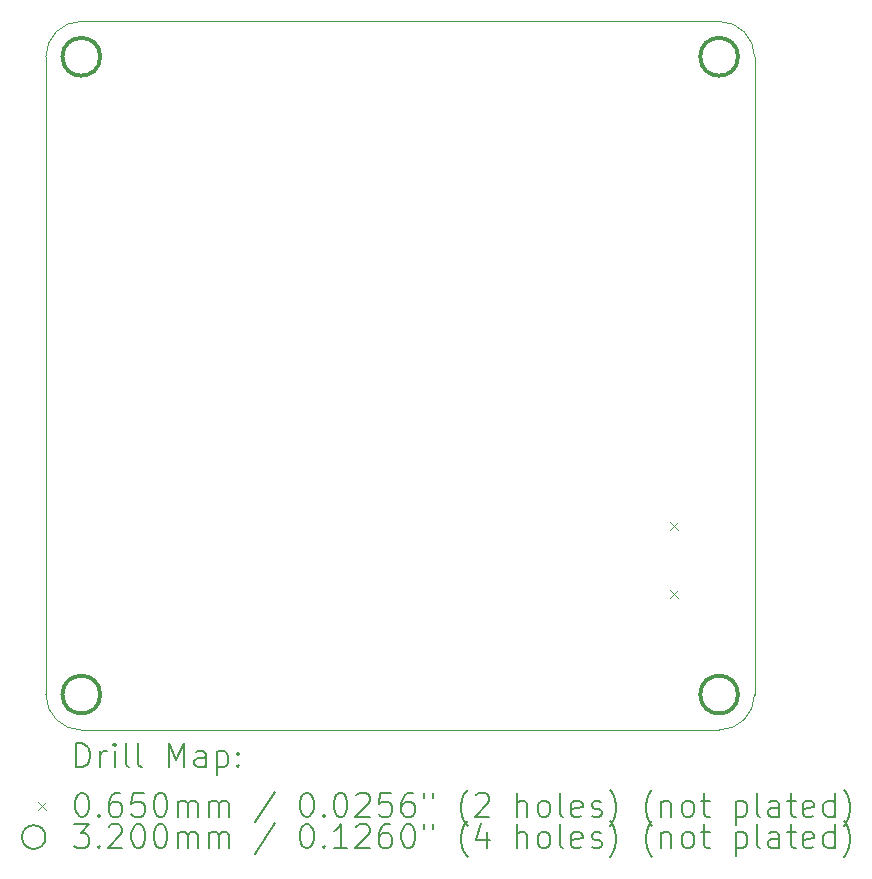
<source format=gbr>
%TF.GenerationSoftware,KiCad,Pcbnew,8.0.3*%
%TF.CreationDate,2024-09-17T15:24:22+02:00*%
%TF.ProjectId,PCB,5043422e-6b69-4636-9164-5f7063625858,rev?*%
%TF.SameCoordinates,Original*%
%TF.FileFunction,Drillmap*%
%TF.FilePolarity,Positive*%
%FSLAX45Y45*%
G04 Gerber Fmt 4.5, Leading zero omitted, Abs format (unit mm)*
G04 Created by KiCad (PCBNEW 8.0.3) date 2024-09-17 15:24:22*
%MOMM*%
%LPD*%
G01*
G04 APERTURE LIST*
%ADD10C,0.050000*%
%ADD11C,0.200000*%
%ADD12C,0.100000*%
%ADD13C,0.320000*%
G04 APERTURE END LIST*
D10*
X16721000Y-13298000D02*
X11321000Y-13298000D01*
X16721000Y-7298000D02*
G75*
G02*
X17021000Y-7598000I0J-300000D01*
G01*
X11321000Y-7298000D02*
X16721000Y-7298000D01*
X11021000Y-7598000D02*
G75*
G02*
X11321000Y-7298000I300000J0D01*
G01*
X11321000Y-13298000D02*
G75*
G02*
X11021000Y-12998000I0J300000D01*
G01*
X17021000Y-7598000D02*
X17021000Y-12998000D01*
X17021000Y-12998000D02*
G75*
G02*
X16721000Y-13298000I-300000J0D01*
G01*
X11021000Y-12998000D02*
X11021000Y-7598000D01*
D11*
D12*
X16308500Y-11536500D02*
X16373500Y-11601500D01*
X16373500Y-11536500D02*
X16308500Y-11601500D01*
X16308500Y-12114500D02*
X16373500Y-12179500D01*
X16373500Y-12114500D02*
X16308500Y-12179500D01*
D13*
X11481000Y-7598000D02*
G75*
G02*
X11161000Y-7598000I-160000J0D01*
G01*
X11161000Y-7598000D02*
G75*
G02*
X11481000Y-7598000I160000J0D01*
G01*
X11481000Y-12998000D02*
G75*
G02*
X11161000Y-12998000I-160000J0D01*
G01*
X11161000Y-12998000D02*
G75*
G02*
X11481000Y-12998000I160000J0D01*
G01*
X16881000Y-7598000D02*
G75*
G02*
X16561000Y-7598000I-160000J0D01*
G01*
X16561000Y-7598000D02*
G75*
G02*
X16881000Y-7598000I160000J0D01*
G01*
X16881000Y-12998000D02*
G75*
G02*
X16561000Y-12998000I-160000J0D01*
G01*
X16561000Y-12998000D02*
G75*
G02*
X16881000Y-12998000I160000J0D01*
G01*
D11*
X11279277Y-13611984D02*
X11279277Y-13411984D01*
X11279277Y-13411984D02*
X11326896Y-13411984D01*
X11326896Y-13411984D02*
X11355467Y-13421508D01*
X11355467Y-13421508D02*
X11374515Y-13440555D01*
X11374515Y-13440555D02*
X11384039Y-13459603D01*
X11384039Y-13459603D02*
X11393562Y-13497698D01*
X11393562Y-13497698D02*
X11393562Y-13526269D01*
X11393562Y-13526269D02*
X11384039Y-13564365D01*
X11384039Y-13564365D02*
X11374515Y-13583412D01*
X11374515Y-13583412D02*
X11355467Y-13602460D01*
X11355467Y-13602460D02*
X11326896Y-13611984D01*
X11326896Y-13611984D02*
X11279277Y-13611984D01*
X11479277Y-13611984D02*
X11479277Y-13478650D01*
X11479277Y-13516746D02*
X11488801Y-13497698D01*
X11488801Y-13497698D02*
X11498324Y-13488174D01*
X11498324Y-13488174D02*
X11517372Y-13478650D01*
X11517372Y-13478650D02*
X11536420Y-13478650D01*
X11603086Y-13611984D02*
X11603086Y-13478650D01*
X11603086Y-13411984D02*
X11593562Y-13421508D01*
X11593562Y-13421508D02*
X11603086Y-13431031D01*
X11603086Y-13431031D02*
X11612610Y-13421508D01*
X11612610Y-13421508D02*
X11603086Y-13411984D01*
X11603086Y-13411984D02*
X11603086Y-13431031D01*
X11726896Y-13611984D02*
X11707848Y-13602460D01*
X11707848Y-13602460D02*
X11698324Y-13583412D01*
X11698324Y-13583412D02*
X11698324Y-13411984D01*
X11831658Y-13611984D02*
X11812610Y-13602460D01*
X11812610Y-13602460D02*
X11803086Y-13583412D01*
X11803086Y-13583412D02*
X11803086Y-13411984D01*
X12060229Y-13611984D02*
X12060229Y-13411984D01*
X12060229Y-13411984D02*
X12126896Y-13554841D01*
X12126896Y-13554841D02*
X12193562Y-13411984D01*
X12193562Y-13411984D02*
X12193562Y-13611984D01*
X12374515Y-13611984D02*
X12374515Y-13507222D01*
X12374515Y-13507222D02*
X12364991Y-13488174D01*
X12364991Y-13488174D02*
X12345943Y-13478650D01*
X12345943Y-13478650D02*
X12307848Y-13478650D01*
X12307848Y-13478650D02*
X12288801Y-13488174D01*
X12374515Y-13602460D02*
X12355467Y-13611984D01*
X12355467Y-13611984D02*
X12307848Y-13611984D01*
X12307848Y-13611984D02*
X12288801Y-13602460D01*
X12288801Y-13602460D02*
X12279277Y-13583412D01*
X12279277Y-13583412D02*
X12279277Y-13564365D01*
X12279277Y-13564365D02*
X12288801Y-13545317D01*
X12288801Y-13545317D02*
X12307848Y-13535793D01*
X12307848Y-13535793D02*
X12355467Y-13535793D01*
X12355467Y-13535793D02*
X12374515Y-13526269D01*
X12469753Y-13478650D02*
X12469753Y-13678650D01*
X12469753Y-13488174D02*
X12488801Y-13478650D01*
X12488801Y-13478650D02*
X12526896Y-13478650D01*
X12526896Y-13478650D02*
X12545943Y-13488174D01*
X12545943Y-13488174D02*
X12555467Y-13497698D01*
X12555467Y-13497698D02*
X12564991Y-13516746D01*
X12564991Y-13516746D02*
X12564991Y-13573888D01*
X12564991Y-13573888D02*
X12555467Y-13592936D01*
X12555467Y-13592936D02*
X12545943Y-13602460D01*
X12545943Y-13602460D02*
X12526896Y-13611984D01*
X12526896Y-13611984D02*
X12488801Y-13611984D01*
X12488801Y-13611984D02*
X12469753Y-13602460D01*
X12650705Y-13592936D02*
X12660229Y-13602460D01*
X12660229Y-13602460D02*
X12650705Y-13611984D01*
X12650705Y-13611984D02*
X12641182Y-13602460D01*
X12641182Y-13602460D02*
X12650705Y-13592936D01*
X12650705Y-13592936D02*
X12650705Y-13611984D01*
X12650705Y-13488174D02*
X12660229Y-13497698D01*
X12660229Y-13497698D02*
X12650705Y-13507222D01*
X12650705Y-13507222D02*
X12641182Y-13497698D01*
X12641182Y-13497698D02*
X12650705Y-13488174D01*
X12650705Y-13488174D02*
X12650705Y-13507222D01*
D12*
X10953500Y-13908000D02*
X11018500Y-13973000D01*
X11018500Y-13908000D02*
X10953500Y-13973000D01*
D11*
X11317372Y-13831984D02*
X11336420Y-13831984D01*
X11336420Y-13831984D02*
X11355467Y-13841508D01*
X11355467Y-13841508D02*
X11364991Y-13851031D01*
X11364991Y-13851031D02*
X11374515Y-13870079D01*
X11374515Y-13870079D02*
X11384039Y-13908174D01*
X11384039Y-13908174D02*
X11384039Y-13955793D01*
X11384039Y-13955793D02*
X11374515Y-13993888D01*
X11374515Y-13993888D02*
X11364991Y-14012936D01*
X11364991Y-14012936D02*
X11355467Y-14022460D01*
X11355467Y-14022460D02*
X11336420Y-14031984D01*
X11336420Y-14031984D02*
X11317372Y-14031984D01*
X11317372Y-14031984D02*
X11298324Y-14022460D01*
X11298324Y-14022460D02*
X11288801Y-14012936D01*
X11288801Y-14012936D02*
X11279277Y-13993888D01*
X11279277Y-13993888D02*
X11269753Y-13955793D01*
X11269753Y-13955793D02*
X11269753Y-13908174D01*
X11269753Y-13908174D02*
X11279277Y-13870079D01*
X11279277Y-13870079D02*
X11288801Y-13851031D01*
X11288801Y-13851031D02*
X11298324Y-13841508D01*
X11298324Y-13841508D02*
X11317372Y-13831984D01*
X11469753Y-14012936D02*
X11479277Y-14022460D01*
X11479277Y-14022460D02*
X11469753Y-14031984D01*
X11469753Y-14031984D02*
X11460229Y-14022460D01*
X11460229Y-14022460D02*
X11469753Y-14012936D01*
X11469753Y-14012936D02*
X11469753Y-14031984D01*
X11650705Y-13831984D02*
X11612610Y-13831984D01*
X11612610Y-13831984D02*
X11593562Y-13841508D01*
X11593562Y-13841508D02*
X11584039Y-13851031D01*
X11584039Y-13851031D02*
X11564991Y-13879603D01*
X11564991Y-13879603D02*
X11555467Y-13917698D01*
X11555467Y-13917698D02*
X11555467Y-13993888D01*
X11555467Y-13993888D02*
X11564991Y-14012936D01*
X11564991Y-14012936D02*
X11574515Y-14022460D01*
X11574515Y-14022460D02*
X11593562Y-14031984D01*
X11593562Y-14031984D02*
X11631658Y-14031984D01*
X11631658Y-14031984D02*
X11650705Y-14022460D01*
X11650705Y-14022460D02*
X11660229Y-14012936D01*
X11660229Y-14012936D02*
X11669753Y-13993888D01*
X11669753Y-13993888D02*
X11669753Y-13946269D01*
X11669753Y-13946269D02*
X11660229Y-13927222D01*
X11660229Y-13927222D02*
X11650705Y-13917698D01*
X11650705Y-13917698D02*
X11631658Y-13908174D01*
X11631658Y-13908174D02*
X11593562Y-13908174D01*
X11593562Y-13908174D02*
X11574515Y-13917698D01*
X11574515Y-13917698D02*
X11564991Y-13927222D01*
X11564991Y-13927222D02*
X11555467Y-13946269D01*
X11850705Y-13831984D02*
X11755467Y-13831984D01*
X11755467Y-13831984D02*
X11745943Y-13927222D01*
X11745943Y-13927222D02*
X11755467Y-13917698D01*
X11755467Y-13917698D02*
X11774515Y-13908174D01*
X11774515Y-13908174D02*
X11822134Y-13908174D01*
X11822134Y-13908174D02*
X11841182Y-13917698D01*
X11841182Y-13917698D02*
X11850705Y-13927222D01*
X11850705Y-13927222D02*
X11860229Y-13946269D01*
X11860229Y-13946269D02*
X11860229Y-13993888D01*
X11860229Y-13993888D02*
X11850705Y-14012936D01*
X11850705Y-14012936D02*
X11841182Y-14022460D01*
X11841182Y-14022460D02*
X11822134Y-14031984D01*
X11822134Y-14031984D02*
X11774515Y-14031984D01*
X11774515Y-14031984D02*
X11755467Y-14022460D01*
X11755467Y-14022460D02*
X11745943Y-14012936D01*
X11984039Y-13831984D02*
X12003086Y-13831984D01*
X12003086Y-13831984D02*
X12022134Y-13841508D01*
X12022134Y-13841508D02*
X12031658Y-13851031D01*
X12031658Y-13851031D02*
X12041182Y-13870079D01*
X12041182Y-13870079D02*
X12050705Y-13908174D01*
X12050705Y-13908174D02*
X12050705Y-13955793D01*
X12050705Y-13955793D02*
X12041182Y-13993888D01*
X12041182Y-13993888D02*
X12031658Y-14012936D01*
X12031658Y-14012936D02*
X12022134Y-14022460D01*
X12022134Y-14022460D02*
X12003086Y-14031984D01*
X12003086Y-14031984D02*
X11984039Y-14031984D01*
X11984039Y-14031984D02*
X11964991Y-14022460D01*
X11964991Y-14022460D02*
X11955467Y-14012936D01*
X11955467Y-14012936D02*
X11945943Y-13993888D01*
X11945943Y-13993888D02*
X11936420Y-13955793D01*
X11936420Y-13955793D02*
X11936420Y-13908174D01*
X11936420Y-13908174D02*
X11945943Y-13870079D01*
X11945943Y-13870079D02*
X11955467Y-13851031D01*
X11955467Y-13851031D02*
X11964991Y-13841508D01*
X11964991Y-13841508D02*
X11984039Y-13831984D01*
X12136420Y-14031984D02*
X12136420Y-13898650D01*
X12136420Y-13917698D02*
X12145943Y-13908174D01*
X12145943Y-13908174D02*
X12164991Y-13898650D01*
X12164991Y-13898650D02*
X12193563Y-13898650D01*
X12193563Y-13898650D02*
X12212610Y-13908174D01*
X12212610Y-13908174D02*
X12222134Y-13927222D01*
X12222134Y-13927222D02*
X12222134Y-14031984D01*
X12222134Y-13927222D02*
X12231658Y-13908174D01*
X12231658Y-13908174D02*
X12250705Y-13898650D01*
X12250705Y-13898650D02*
X12279277Y-13898650D01*
X12279277Y-13898650D02*
X12298324Y-13908174D01*
X12298324Y-13908174D02*
X12307848Y-13927222D01*
X12307848Y-13927222D02*
X12307848Y-14031984D01*
X12403086Y-14031984D02*
X12403086Y-13898650D01*
X12403086Y-13917698D02*
X12412610Y-13908174D01*
X12412610Y-13908174D02*
X12431658Y-13898650D01*
X12431658Y-13898650D02*
X12460229Y-13898650D01*
X12460229Y-13898650D02*
X12479277Y-13908174D01*
X12479277Y-13908174D02*
X12488801Y-13927222D01*
X12488801Y-13927222D02*
X12488801Y-14031984D01*
X12488801Y-13927222D02*
X12498324Y-13908174D01*
X12498324Y-13908174D02*
X12517372Y-13898650D01*
X12517372Y-13898650D02*
X12545943Y-13898650D01*
X12545943Y-13898650D02*
X12564991Y-13908174D01*
X12564991Y-13908174D02*
X12574515Y-13927222D01*
X12574515Y-13927222D02*
X12574515Y-14031984D01*
X12964991Y-13822460D02*
X12793563Y-14079603D01*
X13222134Y-13831984D02*
X13241182Y-13831984D01*
X13241182Y-13831984D02*
X13260229Y-13841508D01*
X13260229Y-13841508D02*
X13269753Y-13851031D01*
X13269753Y-13851031D02*
X13279277Y-13870079D01*
X13279277Y-13870079D02*
X13288801Y-13908174D01*
X13288801Y-13908174D02*
X13288801Y-13955793D01*
X13288801Y-13955793D02*
X13279277Y-13993888D01*
X13279277Y-13993888D02*
X13269753Y-14012936D01*
X13269753Y-14012936D02*
X13260229Y-14022460D01*
X13260229Y-14022460D02*
X13241182Y-14031984D01*
X13241182Y-14031984D02*
X13222134Y-14031984D01*
X13222134Y-14031984D02*
X13203086Y-14022460D01*
X13203086Y-14022460D02*
X13193563Y-14012936D01*
X13193563Y-14012936D02*
X13184039Y-13993888D01*
X13184039Y-13993888D02*
X13174515Y-13955793D01*
X13174515Y-13955793D02*
X13174515Y-13908174D01*
X13174515Y-13908174D02*
X13184039Y-13870079D01*
X13184039Y-13870079D02*
X13193563Y-13851031D01*
X13193563Y-13851031D02*
X13203086Y-13841508D01*
X13203086Y-13841508D02*
X13222134Y-13831984D01*
X13374515Y-14012936D02*
X13384039Y-14022460D01*
X13384039Y-14022460D02*
X13374515Y-14031984D01*
X13374515Y-14031984D02*
X13364991Y-14022460D01*
X13364991Y-14022460D02*
X13374515Y-14012936D01*
X13374515Y-14012936D02*
X13374515Y-14031984D01*
X13507848Y-13831984D02*
X13526896Y-13831984D01*
X13526896Y-13831984D02*
X13545944Y-13841508D01*
X13545944Y-13841508D02*
X13555467Y-13851031D01*
X13555467Y-13851031D02*
X13564991Y-13870079D01*
X13564991Y-13870079D02*
X13574515Y-13908174D01*
X13574515Y-13908174D02*
X13574515Y-13955793D01*
X13574515Y-13955793D02*
X13564991Y-13993888D01*
X13564991Y-13993888D02*
X13555467Y-14012936D01*
X13555467Y-14012936D02*
X13545944Y-14022460D01*
X13545944Y-14022460D02*
X13526896Y-14031984D01*
X13526896Y-14031984D02*
X13507848Y-14031984D01*
X13507848Y-14031984D02*
X13488801Y-14022460D01*
X13488801Y-14022460D02*
X13479277Y-14012936D01*
X13479277Y-14012936D02*
X13469753Y-13993888D01*
X13469753Y-13993888D02*
X13460229Y-13955793D01*
X13460229Y-13955793D02*
X13460229Y-13908174D01*
X13460229Y-13908174D02*
X13469753Y-13870079D01*
X13469753Y-13870079D02*
X13479277Y-13851031D01*
X13479277Y-13851031D02*
X13488801Y-13841508D01*
X13488801Y-13841508D02*
X13507848Y-13831984D01*
X13650706Y-13851031D02*
X13660229Y-13841508D01*
X13660229Y-13841508D02*
X13679277Y-13831984D01*
X13679277Y-13831984D02*
X13726896Y-13831984D01*
X13726896Y-13831984D02*
X13745944Y-13841508D01*
X13745944Y-13841508D02*
X13755467Y-13851031D01*
X13755467Y-13851031D02*
X13764991Y-13870079D01*
X13764991Y-13870079D02*
X13764991Y-13889127D01*
X13764991Y-13889127D02*
X13755467Y-13917698D01*
X13755467Y-13917698D02*
X13641182Y-14031984D01*
X13641182Y-14031984D02*
X13764991Y-14031984D01*
X13945944Y-13831984D02*
X13850706Y-13831984D01*
X13850706Y-13831984D02*
X13841182Y-13927222D01*
X13841182Y-13927222D02*
X13850706Y-13917698D01*
X13850706Y-13917698D02*
X13869753Y-13908174D01*
X13869753Y-13908174D02*
X13917372Y-13908174D01*
X13917372Y-13908174D02*
X13936420Y-13917698D01*
X13936420Y-13917698D02*
X13945944Y-13927222D01*
X13945944Y-13927222D02*
X13955467Y-13946269D01*
X13955467Y-13946269D02*
X13955467Y-13993888D01*
X13955467Y-13993888D02*
X13945944Y-14012936D01*
X13945944Y-14012936D02*
X13936420Y-14022460D01*
X13936420Y-14022460D02*
X13917372Y-14031984D01*
X13917372Y-14031984D02*
X13869753Y-14031984D01*
X13869753Y-14031984D02*
X13850706Y-14022460D01*
X13850706Y-14022460D02*
X13841182Y-14012936D01*
X14126896Y-13831984D02*
X14088801Y-13831984D01*
X14088801Y-13831984D02*
X14069753Y-13841508D01*
X14069753Y-13841508D02*
X14060229Y-13851031D01*
X14060229Y-13851031D02*
X14041182Y-13879603D01*
X14041182Y-13879603D02*
X14031658Y-13917698D01*
X14031658Y-13917698D02*
X14031658Y-13993888D01*
X14031658Y-13993888D02*
X14041182Y-14012936D01*
X14041182Y-14012936D02*
X14050706Y-14022460D01*
X14050706Y-14022460D02*
X14069753Y-14031984D01*
X14069753Y-14031984D02*
X14107848Y-14031984D01*
X14107848Y-14031984D02*
X14126896Y-14022460D01*
X14126896Y-14022460D02*
X14136420Y-14012936D01*
X14136420Y-14012936D02*
X14145944Y-13993888D01*
X14145944Y-13993888D02*
X14145944Y-13946269D01*
X14145944Y-13946269D02*
X14136420Y-13927222D01*
X14136420Y-13927222D02*
X14126896Y-13917698D01*
X14126896Y-13917698D02*
X14107848Y-13908174D01*
X14107848Y-13908174D02*
X14069753Y-13908174D01*
X14069753Y-13908174D02*
X14050706Y-13917698D01*
X14050706Y-13917698D02*
X14041182Y-13927222D01*
X14041182Y-13927222D02*
X14031658Y-13946269D01*
X14222134Y-13831984D02*
X14222134Y-13870079D01*
X14298325Y-13831984D02*
X14298325Y-13870079D01*
X14593563Y-14108174D02*
X14584039Y-14098650D01*
X14584039Y-14098650D02*
X14564991Y-14070079D01*
X14564991Y-14070079D02*
X14555468Y-14051031D01*
X14555468Y-14051031D02*
X14545944Y-14022460D01*
X14545944Y-14022460D02*
X14536420Y-13974841D01*
X14536420Y-13974841D02*
X14536420Y-13936746D01*
X14536420Y-13936746D02*
X14545944Y-13889127D01*
X14545944Y-13889127D02*
X14555468Y-13860555D01*
X14555468Y-13860555D02*
X14564991Y-13841508D01*
X14564991Y-13841508D02*
X14584039Y-13812936D01*
X14584039Y-13812936D02*
X14593563Y-13803412D01*
X14660229Y-13851031D02*
X14669753Y-13841508D01*
X14669753Y-13841508D02*
X14688801Y-13831984D01*
X14688801Y-13831984D02*
X14736420Y-13831984D01*
X14736420Y-13831984D02*
X14755468Y-13841508D01*
X14755468Y-13841508D02*
X14764991Y-13851031D01*
X14764991Y-13851031D02*
X14774515Y-13870079D01*
X14774515Y-13870079D02*
X14774515Y-13889127D01*
X14774515Y-13889127D02*
X14764991Y-13917698D01*
X14764991Y-13917698D02*
X14650706Y-14031984D01*
X14650706Y-14031984D02*
X14774515Y-14031984D01*
X15012610Y-14031984D02*
X15012610Y-13831984D01*
X15098325Y-14031984D02*
X15098325Y-13927222D01*
X15098325Y-13927222D02*
X15088801Y-13908174D01*
X15088801Y-13908174D02*
X15069753Y-13898650D01*
X15069753Y-13898650D02*
X15041182Y-13898650D01*
X15041182Y-13898650D02*
X15022134Y-13908174D01*
X15022134Y-13908174D02*
X15012610Y-13917698D01*
X15222134Y-14031984D02*
X15203087Y-14022460D01*
X15203087Y-14022460D02*
X15193563Y-14012936D01*
X15193563Y-14012936D02*
X15184039Y-13993888D01*
X15184039Y-13993888D02*
X15184039Y-13936746D01*
X15184039Y-13936746D02*
X15193563Y-13917698D01*
X15193563Y-13917698D02*
X15203087Y-13908174D01*
X15203087Y-13908174D02*
X15222134Y-13898650D01*
X15222134Y-13898650D02*
X15250706Y-13898650D01*
X15250706Y-13898650D02*
X15269753Y-13908174D01*
X15269753Y-13908174D02*
X15279277Y-13917698D01*
X15279277Y-13917698D02*
X15288801Y-13936746D01*
X15288801Y-13936746D02*
X15288801Y-13993888D01*
X15288801Y-13993888D02*
X15279277Y-14012936D01*
X15279277Y-14012936D02*
X15269753Y-14022460D01*
X15269753Y-14022460D02*
X15250706Y-14031984D01*
X15250706Y-14031984D02*
X15222134Y-14031984D01*
X15403087Y-14031984D02*
X15384039Y-14022460D01*
X15384039Y-14022460D02*
X15374515Y-14003412D01*
X15374515Y-14003412D02*
X15374515Y-13831984D01*
X15555468Y-14022460D02*
X15536420Y-14031984D01*
X15536420Y-14031984D02*
X15498325Y-14031984D01*
X15498325Y-14031984D02*
X15479277Y-14022460D01*
X15479277Y-14022460D02*
X15469753Y-14003412D01*
X15469753Y-14003412D02*
X15469753Y-13927222D01*
X15469753Y-13927222D02*
X15479277Y-13908174D01*
X15479277Y-13908174D02*
X15498325Y-13898650D01*
X15498325Y-13898650D02*
X15536420Y-13898650D01*
X15536420Y-13898650D02*
X15555468Y-13908174D01*
X15555468Y-13908174D02*
X15564991Y-13927222D01*
X15564991Y-13927222D02*
X15564991Y-13946269D01*
X15564991Y-13946269D02*
X15469753Y-13965317D01*
X15641182Y-14022460D02*
X15660230Y-14031984D01*
X15660230Y-14031984D02*
X15698325Y-14031984D01*
X15698325Y-14031984D02*
X15717372Y-14022460D01*
X15717372Y-14022460D02*
X15726896Y-14003412D01*
X15726896Y-14003412D02*
X15726896Y-13993888D01*
X15726896Y-13993888D02*
X15717372Y-13974841D01*
X15717372Y-13974841D02*
X15698325Y-13965317D01*
X15698325Y-13965317D02*
X15669753Y-13965317D01*
X15669753Y-13965317D02*
X15650706Y-13955793D01*
X15650706Y-13955793D02*
X15641182Y-13936746D01*
X15641182Y-13936746D02*
X15641182Y-13927222D01*
X15641182Y-13927222D02*
X15650706Y-13908174D01*
X15650706Y-13908174D02*
X15669753Y-13898650D01*
X15669753Y-13898650D02*
X15698325Y-13898650D01*
X15698325Y-13898650D02*
X15717372Y-13908174D01*
X15793563Y-14108174D02*
X15803087Y-14098650D01*
X15803087Y-14098650D02*
X15822134Y-14070079D01*
X15822134Y-14070079D02*
X15831658Y-14051031D01*
X15831658Y-14051031D02*
X15841182Y-14022460D01*
X15841182Y-14022460D02*
X15850706Y-13974841D01*
X15850706Y-13974841D02*
X15850706Y-13936746D01*
X15850706Y-13936746D02*
X15841182Y-13889127D01*
X15841182Y-13889127D02*
X15831658Y-13860555D01*
X15831658Y-13860555D02*
X15822134Y-13841508D01*
X15822134Y-13841508D02*
X15803087Y-13812936D01*
X15803087Y-13812936D02*
X15793563Y-13803412D01*
X16155468Y-14108174D02*
X16145944Y-14098650D01*
X16145944Y-14098650D02*
X16126896Y-14070079D01*
X16126896Y-14070079D02*
X16117372Y-14051031D01*
X16117372Y-14051031D02*
X16107849Y-14022460D01*
X16107849Y-14022460D02*
X16098325Y-13974841D01*
X16098325Y-13974841D02*
X16098325Y-13936746D01*
X16098325Y-13936746D02*
X16107849Y-13889127D01*
X16107849Y-13889127D02*
X16117372Y-13860555D01*
X16117372Y-13860555D02*
X16126896Y-13841508D01*
X16126896Y-13841508D02*
X16145944Y-13812936D01*
X16145944Y-13812936D02*
X16155468Y-13803412D01*
X16231658Y-13898650D02*
X16231658Y-14031984D01*
X16231658Y-13917698D02*
X16241182Y-13908174D01*
X16241182Y-13908174D02*
X16260230Y-13898650D01*
X16260230Y-13898650D02*
X16288801Y-13898650D01*
X16288801Y-13898650D02*
X16307849Y-13908174D01*
X16307849Y-13908174D02*
X16317372Y-13927222D01*
X16317372Y-13927222D02*
X16317372Y-14031984D01*
X16441182Y-14031984D02*
X16422134Y-14022460D01*
X16422134Y-14022460D02*
X16412611Y-14012936D01*
X16412611Y-14012936D02*
X16403087Y-13993888D01*
X16403087Y-13993888D02*
X16403087Y-13936746D01*
X16403087Y-13936746D02*
X16412611Y-13917698D01*
X16412611Y-13917698D02*
X16422134Y-13908174D01*
X16422134Y-13908174D02*
X16441182Y-13898650D01*
X16441182Y-13898650D02*
X16469753Y-13898650D01*
X16469753Y-13898650D02*
X16488801Y-13908174D01*
X16488801Y-13908174D02*
X16498325Y-13917698D01*
X16498325Y-13917698D02*
X16507849Y-13936746D01*
X16507849Y-13936746D02*
X16507849Y-13993888D01*
X16507849Y-13993888D02*
X16498325Y-14012936D01*
X16498325Y-14012936D02*
X16488801Y-14022460D01*
X16488801Y-14022460D02*
X16469753Y-14031984D01*
X16469753Y-14031984D02*
X16441182Y-14031984D01*
X16564992Y-13898650D02*
X16641182Y-13898650D01*
X16593563Y-13831984D02*
X16593563Y-14003412D01*
X16593563Y-14003412D02*
X16603087Y-14022460D01*
X16603087Y-14022460D02*
X16622134Y-14031984D01*
X16622134Y-14031984D02*
X16641182Y-14031984D01*
X16860230Y-13898650D02*
X16860230Y-14098650D01*
X16860230Y-13908174D02*
X16879277Y-13898650D01*
X16879277Y-13898650D02*
X16917373Y-13898650D01*
X16917373Y-13898650D02*
X16936420Y-13908174D01*
X16936420Y-13908174D02*
X16945944Y-13917698D01*
X16945944Y-13917698D02*
X16955468Y-13936746D01*
X16955468Y-13936746D02*
X16955468Y-13993888D01*
X16955468Y-13993888D02*
X16945944Y-14012936D01*
X16945944Y-14012936D02*
X16936420Y-14022460D01*
X16936420Y-14022460D02*
X16917373Y-14031984D01*
X16917373Y-14031984D02*
X16879277Y-14031984D01*
X16879277Y-14031984D02*
X16860230Y-14022460D01*
X17069754Y-14031984D02*
X17050706Y-14022460D01*
X17050706Y-14022460D02*
X17041182Y-14003412D01*
X17041182Y-14003412D02*
X17041182Y-13831984D01*
X17231658Y-14031984D02*
X17231658Y-13927222D01*
X17231658Y-13927222D02*
X17222135Y-13908174D01*
X17222135Y-13908174D02*
X17203087Y-13898650D01*
X17203087Y-13898650D02*
X17164992Y-13898650D01*
X17164992Y-13898650D02*
X17145944Y-13908174D01*
X17231658Y-14022460D02*
X17212611Y-14031984D01*
X17212611Y-14031984D02*
X17164992Y-14031984D01*
X17164992Y-14031984D02*
X17145944Y-14022460D01*
X17145944Y-14022460D02*
X17136420Y-14003412D01*
X17136420Y-14003412D02*
X17136420Y-13984365D01*
X17136420Y-13984365D02*
X17145944Y-13965317D01*
X17145944Y-13965317D02*
X17164992Y-13955793D01*
X17164992Y-13955793D02*
X17212611Y-13955793D01*
X17212611Y-13955793D02*
X17231658Y-13946269D01*
X17298325Y-13898650D02*
X17374515Y-13898650D01*
X17326896Y-13831984D02*
X17326896Y-14003412D01*
X17326896Y-14003412D02*
X17336420Y-14022460D01*
X17336420Y-14022460D02*
X17355468Y-14031984D01*
X17355468Y-14031984D02*
X17374515Y-14031984D01*
X17517373Y-14022460D02*
X17498325Y-14031984D01*
X17498325Y-14031984D02*
X17460230Y-14031984D01*
X17460230Y-14031984D02*
X17441182Y-14022460D01*
X17441182Y-14022460D02*
X17431658Y-14003412D01*
X17431658Y-14003412D02*
X17431658Y-13927222D01*
X17431658Y-13927222D02*
X17441182Y-13908174D01*
X17441182Y-13908174D02*
X17460230Y-13898650D01*
X17460230Y-13898650D02*
X17498325Y-13898650D01*
X17498325Y-13898650D02*
X17517373Y-13908174D01*
X17517373Y-13908174D02*
X17526896Y-13927222D01*
X17526896Y-13927222D02*
X17526896Y-13946269D01*
X17526896Y-13946269D02*
X17431658Y-13965317D01*
X17698325Y-14031984D02*
X17698325Y-13831984D01*
X17698325Y-14022460D02*
X17679277Y-14031984D01*
X17679277Y-14031984D02*
X17641182Y-14031984D01*
X17641182Y-14031984D02*
X17622135Y-14022460D01*
X17622135Y-14022460D02*
X17612611Y-14012936D01*
X17612611Y-14012936D02*
X17603087Y-13993888D01*
X17603087Y-13993888D02*
X17603087Y-13936746D01*
X17603087Y-13936746D02*
X17612611Y-13917698D01*
X17612611Y-13917698D02*
X17622135Y-13908174D01*
X17622135Y-13908174D02*
X17641182Y-13898650D01*
X17641182Y-13898650D02*
X17679277Y-13898650D01*
X17679277Y-13898650D02*
X17698325Y-13908174D01*
X17774516Y-14108174D02*
X17784039Y-14098650D01*
X17784039Y-14098650D02*
X17803087Y-14070079D01*
X17803087Y-14070079D02*
X17812611Y-14051031D01*
X17812611Y-14051031D02*
X17822135Y-14022460D01*
X17822135Y-14022460D02*
X17831658Y-13974841D01*
X17831658Y-13974841D02*
X17831658Y-13936746D01*
X17831658Y-13936746D02*
X17822135Y-13889127D01*
X17822135Y-13889127D02*
X17812611Y-13860555D01*
X17812611Y-13860555D02*
X17803087Y-13841508D01*
X17803087Y-13841508D02*
X17784039Y-13812936D01*
X17784039Y-13812936D02*
X17774516Y-13803412D01*
X11018500Y-14204500D02*
G75*
G02*
X10818500Y-14204500I-100000J0D01*
G01*
X10818500Y-14204500D02*
G75*
G02*
X11018500Y-14204500I100000J0D01*
G01*
X11260229Y-14095984D02*
X11384039Y-14095984D01*
X11384039Y-14095984D02*
X11317372Y-14172174D01*
X11317372Y-14172174D02*
X11345943Y-14172174D01*
X11345943Y-14172174D02*
X11364991Y-14181698D01*
X11364991Y-14181698D02*
X11374515Y-14191222D01*
X11374515Y-14191222D02*
X11384039Y-14210269D01*
X11384039Y-14210269D02*
X11384039Y-14257888D01*
X11384039Y-14257888D02*
X11374515Y-14276936D01*
X11374515Y-14276936D02*
X11364991Y-14286460D01*
X11364991Y-14286460D02*
X11345943Y-14295984D01*
X11345943Y-14295984D02*
X11288801Y-14295984D01*
X11288801Y-14295984D02*
X11269753Y-14286460D01*
X11269753Y-14286460D02*
X11260229Y-14276936D01*
X11469753Y-14276936D02*
X11479277Y-14286460D01*
X11479277Y-14286460D02*
X11469753Y-14295984D01*
X11469753Y-14295984D02*
X11460229Y-14286460D01*
X11460229Y-14286460D02*
X11469753Y-14276936D01*
X11469753Y-14276936D02*
X11469753Y-14295984D01*
X11555467Y-14115031D02*
X11564991Y-14105508D01*
X11564991Y-14105508D02*
X11584039Y-14095984D01*
X11584039Y-14095984D02*
X11631658Y-14095984D01*
X11631658Y-14095984D02*
X11650705Y-14105508D01*
X11650705Y-14105508D02*
X11660229Y-14115031D01*
X11660229Y-14115031D02*
X11669753Y-14134079D01*
X11669753Y-14134079D02*
X11669753Y-14153127D01*
X11669753Y-14153127D02*
X11660229Y-14181698D01*
X11660229Y-14181698D02*
X11545943Y-14295984D01*
X11545943Y-14295984D02*
X11669753Y-14295984D01*
X11793562Y-14095984D02*
X11812610Y-14095984D01*
X11812610Y-14095984D02*
X11831658Y-14105508D01*
X11831658Y-14105508D02*
X11841182Y-14115031D01*
X11841182Y-14115031D02*
X11850705Y-14134079D01*
X11850705Y-14134079D02*
X11860229Y-14172174D01*
X11860229Y-14172174D02*
X11860229Y-14219793D01*
X11860229Y-14219793D02*
X11850705Y-14257888D01*
X11850705Y-14257888D02*
X11841182Y-14276936D01*
X11841182Y-14276936D02*
X11831658Y-14286460D01*
X11831658Y-14286460D02*
X11812610Y-14295984D01*
X11812610Y-14295984D02*
X11793562Y-14295984D01*
X11793562Y-14295984D02*
X11774515Y-14286460D01*
X11774515Y-14286460D02*
X11764991Y-14276936D01*
X11764991Y-14276936D02*
X11755467Y-14257888D01*
X11755467Y-14257888D02*
X11745943Y-14219793D01*
X11745943Y-14219793D02*
X11745943Y-14172174D01*
X11745943Y-14172174D02*
X11755467Y-14134079D01*
X11755467Y-14134079D02*
X11764991Y-14115031D01*
X11764991Y-14115031D02*
X11774515Y-14105508D01*
X11774515Y-14105508D02*
X11793562Y-14095984D01*
X11984039Y-14095984D02*
X12003086Y-14095984D01*
X12003086Y-14095984D02*
X12022134Y-14105508D01*
X12022134Y-14105508D02*
X12031658Y-14115031D01*
X12031658Y-14115031D02*
X12041182Y-14134079D01*
X12041182Y-14134079D02*
X12050705Y-14172174D01*
X12050705Y-14172174D02*
X12050705Y-14219793D01*
X12050705Y-14219793D02*
X12041182Y-14257888D01*
X12041182Y-14257888D02*
X12031658Y-14276936D01*
X12031658Y-14276936D02*
X12022134Y-14286460D01*
X12022134Y-14286460D02*
X12003086Y-14295984D01*
X12003086Y-14295984D02*
X11984039Y-14295984D01*
X11984039Y-14295984D02*
X11964991Y-14286460D01*
X11964991Y-14286460D02*
X11955467Y-14276936D01*
X11955467Y-14276936D02*
X11945943Y-14257888D01*
X11945943Y-14257888D02*
X11936420Y-14219793D01*
X11936420Y-14219793D02*
X11936420Y-14172174D01*
X11936420Y-14172174D02*
X11945943Y-14134079D01*
X11945943Y-14134079D02*
X11955467Y-14115031D01*
X11955467Y-14115031D02*
X11964991Y-14105508D01*
X11964991Y-14105508D02*
X11984039Y-14095984D01*
X12136420Y-14295984D02*
X12136420Y-14162650D01*
X12136420Y-14181698D02*
X12145943Y-14172174D01*
X12145943Y-14172174D02*
X12164991Y-14162650D01*
X12164991Y-14162650D02*
X12193563Y-14162650D01*
X12193563Y-14162650D02*
X12212610Y-14172174D01*
X12212610Y-14172174D02*
X12222134Y-14191222D01*
X12222134Y-14191222D02*
X12222134Y-14295984D01*
X12222134Y-14191222D02*
X12231658Y-14172174D01*
X12231658Y-14172174D02*
X12250705Y-14162650D01*
X12250705Y-14162650D02*
X12279277Y-14162650D01*
X12279277Y-14162650D02*
X12298324Y-14172174D01*
X12298324Y-14172174D02*
X12307848Y-14191222D01*
X12307848Y-14191222D02*
X12307848Y-14295984D01*
X12403086Y-14295984D02*
X12403086Y-14162650D01*
X12403086Y-14181698D02*
X12412610Y-14172174D01*
X12412610Y-14172174D02*
X12431658Y-14162650D01*
X12431658Y-14162650D02*
X12460229Y-14162650D01*
X12460229Y-14162650D02*
X12479277Y-14172174D01*
X12479277Y-14172174D02*
X12488801Y-14191222D01*
X12488801Y-14191222D02*
X12488801Y-14295984D01*
X12488801Y-14191222D02*
X12498324Y-14172174D01*
X12498324Y-14172174D02*
X12517372Y-14162650D01*
X12517372Y-14162650D02*
X12545943Y-14162650D01*
X12545943Y-14162650D02*
X12564991Y-14172174D01*
X12564991Y-14172174D02*
X12574515Y-14191222D01*
X12574515Y-14191222D02*
X12574515Y-14295984D01*
X12964991Y-14086460D02*
X12793563Y-14343603D01*
X13222134Y-14095984D02*
X13241182Y-14095984D01*
X13241182Y-14095984D02*
X13260229Y-14105508D01*
X13260229Y-14105508D02*
X13269753Y-14115031D01*
X13269753Y-14115031D02*
X13279277Y-14134079D01*
X13279277Y-14134079D02*
X13288801Y-14172174D01*
X13288801Y-14172174D02*
X13288801Y-14219793D01*
X13288801Y-14219793D02*
X13279277Y-14257888D01*
X13279277Y-14257888D02*
X13269753Y-14276936D01*
X13269753Y-14276936D02*
X13260229Y-14286460D01*
X13260229Y-14286460D02*
X13241182Y-14295984D01*
X13241182Y-14295984D02*
X13222134Y-14295984D01*
X13222134Y-14295984D02*
X13203086Y-14286460D01*
X13203086Y-14286460D02*
X13193563Y-14276936D01*
X13193563Y-14276936D02*
X13184039Y-14257888D01*
X13184039Y-14257888D02*
X13174515Y-14219793D01*
X13174515Y-14219793D02*
X13174515Y-14172174D01*
X13174515Y-14172174D02*
X13184039Y-14134079D01*
X13184039Y-14134079D02*
X13193563Y-14115031D01*
X13193563Y-14115031D02*
X13203086Y-14105508D01*
X13203086Y-14105508D02*
X13222134Y-14095984D01*
X13374515Y-14276936D02*
X13384039Y-14286460D01*
X13384039Y-14286460D02*
X13374515Y-14295984D01*
X13374515Y-14295984D02*
X13364991Y-14286460D01*
X13364991Y-14286460D02*
X13374515Y-14276936D01*
X13374515Y-14276936D02*
X13374515Y-14295984D01*
X13574515Y-14295984D02*
X13460229Y-14295984D01*
X13517372Y-14295984D02*
X13517372Y-14095984D01*
X13517372Y-14095984D02*
X13498325Y-14124555D01*
X13498325Y-14124555D02*
X13479277Y-14143603D01*
X13479277Y-14143603D02*
X13460229Y-14153127D01*
X13650706Y-14115031D02*
X13660229Y-14105508D01*
X13660229Y-14105508D02*
X13679277Y-14095984D01*
X13679277Y-14095984D02*
X13726896Y-14095984D01*
X13726896Y-14095984D02*
X13745944Y-14105508D01*
X13745944Y-14105508D02*
X13755467Y-14115031D01*
X13755467Y-14115031D02*
X13764991Y-14134079D01*
X13764991Y-14134079D02*
X13764991Y-14153127D01*
X13764991Y-14153127D02*
X13755467Y-14181698D01*
X13755467Y-14181698D02*
X13641182Y-14295984D01*
X13641182Y-14295984D02*
X13764991Y-14295984D01*
X13936420Y-14095984D02*
X13898325Y-14095984D01*
X13898325Y-14095984D02*
X13879277Y-14105508D01*
X13879277Y-14105508D02*
X13869753Y-14115031D01*
X13869753Y-14115031D02*
X13850706Y-14143603D01*
X13850706Y-14143603D02*
X13841182Y-14181698D01*
X13841182Y-14181698D02*
X13841182Y-14257888D01*
X13841182Y-14257888D02*
X13850706Y-14276936D01*
X13850706Y-14276936D02*
X13860229Y-14286460D01*
X13860229Y-14286460D02*
X13879277Y-14295984D01*
X13879277Y-14295984D02*
X13917372Y-14295984D01*
X13917372Y-14295984D02*
X13936420Y-14286460D01*
X13936420Y-14286460D02*
X13945944Y-14276936D01*
X13945944Y-14276936D02*
X13955467Y-14257888D01*
X13955467Y-14257888D02*
X13955467Y-14210269D01*
X13955467Y-14210269D02*
X13945944Y-14191222D01*
X13945944Y-14191222D02*
X13936420Y-14181698D01*
X13936420Y-14181698D02*
X13917372Y-14172174D01*
X13917372Y-14172174D02*
X13879277Y-14172174D01*
X13879277Y-14172174D02*
X13860229Y-14181698D01*
X13860229Y-14181698D02*
X13850706Y-14191222D01*
X13850706Y-14191222D02*
X13841182Y-14210269D01*
X14079277Y-14095984D02*
X14098325Y-14095984D01*
X14098325Y-14095984D02*
X14117372Y-14105508D01*
X14117372Y-14105508D02*
X14126896Y-14115031D01*
X14126896Y-14115031D02*
X14136420Y-14134079D01*
X14136420Y-14134079D02*
X14145944Y-14172174D01*
X14145944Y-14172174D02*
X14145944Y-14219793D01*
X14145944Y-14219793D02*
X14136420Y-14257888D01*
X14136420Y-14257888D02*
X14126896Y-14276936D01*
X14126896Y-14276936D02*
X14117372Y-14286460D01*
X14117372Y-14286460D02*
X14098325Y-14295984D01*
X14098325Y-14295984D02*
X14079277Y-14295984D01*
X14079277Y-14295984D02*
X14060229Y-14286460D01*
X14060229Y-14286460D02*
X14050706Y-14276936D01*
X14050706Y-14276936D02*
X14041182Y-14257888D01*
X14041182Y-14257888D02*
X14031658Y-14219793D01*
X14031658Y-14219793D02*
X14031658Y-14172174D01*
X14031658Y-14172174D02*
X14041182Y-14134079D01*
X14041182Y-14134079D02*
X14050706Y-14115031D01*
X14050706Y-14115031D02*
X14060229Y-14105508D01*
X14060229Y-14105508D02*
X14079277Y-14095984D01*
X14222134Y-14095984D02*
X14222134Y-14134079D01*
X14298325Y-14095984D02*
X14298325Y-14134079D01*
X14593563Y-14372174D02*
X14584039Y-14362650D01*
X14584039Y-14362650D02*
X14564991Y-14334079D01*
X14564991Y-14334079D02*
X14555468Y-14315031D01*
X14555468Y-14315031D02*
X14545944Y-14286460D01*
X14545944Y-14286460D02*
X14536420Y-14238841D01*
X14536420Y-14238841D02*
X14536420Y-14200746D01*
X14536420Y-14200746D02*
X14545944Y-14153127D01*
X14545944Y-14153127D02*
X14555468Y-14124555D01*
X14555468Y-14124555D02*
X14564991Y-14105508D01*
X14564991Y-14105508D02*
X14584039Y-14076936D01*
X14584039Y-14076936D02*
X14593563Y-14067412D01*
X14755468Y-14162650D02*
X14755468Y-14295984D01*
X14707848Y-14086460D02*
X14660229Y-14229317D01*
X14660229Y-14229317D02*
X14784039Y-14229317D01*
X15012610Y-14295984D02*
X15012610Y-14095984D01*
X15098325Y-14295984D02*
X15098325Y-14191222D01*
X15098325Y-14191222D02*
X15088801Y-14172174D01*
X15088801Y-14172174D02*
X15069753Y-14162650D01*
X15069753Y-14162650D02*
X15041182Y-14162650D01*
X15041182Y-14162650D02*
X15022134Y-14172174D01*
X15022134Y-14172174D02*
X15012610Y-14181698D01*
X15222134Y-14295984D02*
X15203087Y-14286460D01*
X15203087Y-14286460D02*
X15193563Y-14276936D01*
X15193563Y-14276936D02*
X15184039Y-14257888D01*
X15184039Y-14257888D02*
X15184039Y-14200746D01*
X15184039Y-14200746D02*
X15193563Y-14181698D01*
X15193563Y-14181698D02*
X15203087Y-14172174D01*
X15203087Y-14172174D02*
X15222134Y-14162650D01*
X15222134Y-14162650D02*
X15250706Y-14162650D01*
X15250706Y-14162650D02*
X15269753Y-14172174D01*
X15269753Y-14172174D02*
X15279277Y-14181698D01*
X15279277Y-14181698D02*
X15288801Y-14200746D01*
X15288801Y-14200746D02*
X15288801Y-14257888D01*
X15288801Y-14257888D02*
X15279277Y-14276936D01*
X15279277Y-14276936D02*
X15269753Y-14286460D01*
X15269753Y-14286460D02*
X15250706Y-14295984D01*
X15250706Y-14295984D02*
X15222134Y-14295984D01*
X15403087Y-14295984D02*
X15384039Y-14286460D01*
X15384039Y-14286460D02*
X15374515Y-14267412D01*
X15374515Y-14267412D02*
X15374515Y-14095984D01*
X15555468Y-14286460D02*
X15536420Y-14295984D01*
X15536420Y-14295984D02*
X15498325Y-14295984D01*
X15498325Y-14295984D02*
X15479277Y-14286460D01*
X15479277Y-14286460D02*
X15469753Y-14267412D01*
X15469753Y-14267412D02*
X15469753Y-14191222D01*
X15469753Y-14191222D02*
X15479277Y-14172174D01*
X15479277Y-14172174D02*
X15498325Y-14162650D01*
X15498325Y-14162650D02*
X15536420Y-14162650D01*
X15536420Y-14162650D02*
X15555468Y-14172174D01*
X15555468Y-14172174D02*
X15564991Y-14191222D01*
X15564991Y-14191222D02*
X15564991Y-14210269D01*
X15564991Y-14210269D02*
X15469753Y-14229317D01*
X15641182Y-14286460D02*
X15660230Y-14295984D01*
X15660230Y-14295984D02*
X15698325Y-14295984D01*
X15698325Y-14295984D02*
X15717372Y-14286460D01*
X15717372Y-14286460D02*
X15726896Y-14267412D01*
X15726896Y-14267412D02*
X15726896Y-14257888D01*
X15726896Y-14257888D02*
X15717372Y-14238841D01*
X15717372Y-14238841D02*
X15698325Y-14229317D01*
X15698325Y-14229317D02*
X15669753Y-14229317D01*
X15669753Y-14229317D02*
X15650706Y-14219793D01*
X15650706Y-14219793D02*
X15641182Y-14200746D01*
X15641182Y-14200746D02*
X15641182Y-14191222D01*
X15641182Y-14191222D02*
X15650706Y-14172174D01*
X15650706Y-14172174D02*
X15669753Y-14162650D01*
X15669753Y-14162650D02*
X15698325Y-14162650D01*
X15698325Y-14162650D02*
X15717372Y-14172174D01*
X15793563Y-14372174D02*
X15803087Y-14362650D01*
X15803087Y-14362650D02*
X15822134Y-14334079D01*
X15822134Y-14334079D02*
X15831658Y-14315031D01*
X15831658Y-14315031D02*
X15841182Y-14286460D01*
X15841182Y-14286460D02*
X15850706Y-14238841D01*
X15850706Y-14238841D02*
X15850706Y-14200746D01*
X15850706Y-14200746D02*
X15841182Y-14153127D01*
X15841182Y-14153127D02*
X15831658Y-14124555D01*
X15831658Y-14124555D02*
X15822134Y-14105508D01*
X15822134Y-14105508D02*
X15803087Y-14076936D01*
X15803087Y-14076936D02*
X15793563Y-14067412D01*
X16155468Y-14372174D02*
X16145944Y-14362650D01*
X16145944Y-14362650D02*
X16126896Y-14334079D01*
X16126896Y-14334079D02*
X16117372Y-14315031D01*
X16117372Y-14315031D02*
X16107849Y-14286460D01*
X16107849Y-14286460D02*
X16098325Y-14238841D01*
X16098325Y-14238841D02*
X16098325Y-14200746D01*
X16098325Y-14200746D02*
X16107849Y-14153127D01*
X16107849Y-14153127D02*
X16117372Y-14124555D01*
X16117372Y-14124555D02*
X16126896Y-14105508D01*
X16126896Y-14105508D02*
X16145944Y-14076936D01*
X16145944Y-14076936D02*
X16155468Y-14067412D01*
X16231658Y-14162650D02*
X16231658Y-14295984D01*
X16231658Y-14181698D02*
X16241182Y-14172174D01*
X16241182Y-14172174D02*
X16260230Y-14162650D01*
X16260230Y-14162650D02*
X16288801Y-14162650D01*
X16288801Y-14162650D02*
X16307849Y-14172174D01*
X16307849Y-14172174D02*
X16317372Y-14191222D01*
X16317372Y-14191222D02*
X16317372Y-14295984D01*
X16441182Y-14295984D02*
X16422134Y-14286460D01*
X16422134Y-14286460D02*
X16412611Y-14276936D01*
X16412611Y-14276936D02*
X16403087Y-14257888D01*
X16403087Y-14257888D02*
X16403087Y-14200746D01*
X16403087Y-14200746D02*
X16412611Y-14181698D01*
X16412611Y-14181698D02*
X16422134Y-14172174D01*
X16422134Y-14172174D02*
X16441182Y-14162650D01*
X16441182Y-14162650D02*
X16469753Y-14162650D01*
X16469753Y-14162650D02*
X16488801Y-14172174D01*
X16488801Y-14172174D02*
X16498325Y-14181698D01*
X16498325Y-14181698D02*
X16507849Y-14200746D01*
X16507849Y-14200746D02*
X16507849Y-14257888D01*
X16507849Y-14257888D02*
X16498325Y-14276936D01*
X16498325Y-14276936D02*
X16488801Y-14286460D01*
X16488801Y-14286460D02*
X16469753Y-14295984D01*
X16469753Y-14295984D02*
X16441182Y-14295984D01*
X16564992Y-14162650D02*
X16641182Y-14162650D01*
X16593563Y-14095984D02*
X16593563Y-14267412D01*
X16593563Y-14267412D02*
X16603087Y-14286460D01*
X16603087Y-14286460D02*
X16622134Y-14295984D01*
X16622134Y-14295984D02*
X16641182Y-14295984D01*
X16860230Y-14162650D02*
X16860230Y-14362650D01*
X16860230Y-14172174D02*
X16879277Y-14162650D01*
X16879277Y-14162650D02*
X16917373Y-14162650D01*
X16917373Y-14162650D02*
X16936420Y-14172174D01*
X16936420Y-14172174D02*
X16945944Y-14181698D01*
X16945944Y-14181698D02*
X16955468Y-14200746D01*
X16955468Y-14200746D02*
X16955468Y-14257888D01*
X16955468Y-14257888D02*
X16945944Y-14276936D01*
X16945944Y-14276936D02*
X16936420Y-14286460D01*
X16936420Y-14286460D02*
X16917373Y-14295984D01*
X16917373Y-14295984D02*
X16879277Y-14295984D01*
X16879277Y-14295984D02*
X16860230Y-14286460D01*
X17069754Y-14295984D02*
X17050706Y-14286460D01*
X17050706Y-14286460D02*
X17041182Y-14267412D01*
X17041182Y-14267412D02*
X17041182Y-14095984D01*
X17231658Y-14295984D02*
X17231658Y-14191222D01*
X17231658Y-14191222D02*
X17222135Y-14172174D01*
X17222135Y-14172174D02*
X17203087Y-14162650D01*
X17203087Y-14162650D02*
X17164992Y-14162650D01*
X17164992Y-14162650D02*
X17145944Y-14172174D01*
X17231658Y-14286460D02*
X17212611Y-14295984D01*
X17212611Y-14295984D02*
X17164992Y-14295984D01*
X17164992Y-14295984D02*
X17145944Y-14286460D01*
X17145944Y-14286460D02*
X17136420Y-14267412D01*
X17136420Y-14267412D02*
X17136420Y-14248365D01*
X17136420Y-14248365D02*
X17145944Y-14229317D01*
X17145944Y-14229317D02*
X17164992Y-14219793D01*
X17164992Y-14219793D02*
X17212611Y-14219793D01*
X17212611Y-14219793D02*
X17231658Y-14210269D01*
X17298325Y-14162650D02*
X17374515Y-14162650D01*
X17326896Y-14095984D02*
X17326896Y-14267412D01*
X17326896Y-14267412D02*
X17336420Y-14286460D01*
X17336420Y-14286460D02*
X17355468Y-14295984D01*
X17355468Y-14295984D02*
X17374515Y-14295984D01*
X17517373Y-14286460D02*
X17498325Y-14295984D01*
X17498325Y-14295984D02*
X17460230Y-14295984D01*
X17460230Y-14295984D02*
X17441182Y-14286460D01*
X17441182Y-14286460D02*
X17431658Y-14267412D01*
X17431658Y-14267412D02*
X17431658Y-14191222D01*
X17431658Y-14191222D02*
X17441182Y-14172174D01*
X17441182Y-14172174D02*
X17460230Y-14162650D01*
X17460230Y-14162650D02*
X17498325Y-14162650D01*
X17498325Y-14162650D02*
X17517373Y-14172174D01*
X17517373Y-14172174D02*
X17526896Y-14191222D01*
X17526896Y-14191222D02*
X17526896Y-14210269D01*
X17526896Y-14210269D02*
X17431658Y-14229317D01*
X17698325Y-14295984D02*
X17698325Y-14095984D01*
X17698325Y-14286460D02*
X17679277Y-14295984D01*
X17679277Y-14295984D02*
X17641182Y-14295984D01*
X17641182Y-14295984D02*
X17622135Y-14286460D01*
X17622135Y-14286460D02*
X17612611Y-14276936D01*
X17612611Y-14276936D02*
X17603087Y-14257888D01*
X17603087Y-14257888D02*
X17603087Y-14200746D01*
X17603087Y-14200746D02*
X17612611Y-14181698D01*
X17612611Y-14181698D02*
X17622135Y-14172174D01*
X17622135Y-14172174D02*
X17641182Y-14162650D01*
X17641182Y-14162650D02*
X17679277Y-14162650D01*
X17679277Y-14162650D02*
X17698325Y-14172174D01*
X17774516Y-14372174D02*
X17784039Y-14362650D01*
X17784039Y-14362650D02*
X17803087Y-14334079D01*
X17803087Y-14334079D02*
X17812611Y-14315031D01*
X17812611Y-14315031D02*
X17822135Y-14286460D01*
X17822135Y-14286460D02*
X17831658Y-14238841D01*
X17831658Y-14238841D02*
X17831658Y-14200746D01*
X17831658Y-14200746D02*
X17822135Y-14153127D01*
X17822135Y-14153127D02*
X17812611Y-14124555D01*
X17812611Y-14124555D02*
X17803087Y-14105508D01*
X17803087Y-14105508D02*
X17784039Y-14076936D01*
X17784039Y-14076936D02*
X17774516Y-14067412D01*
M02*

</source>
